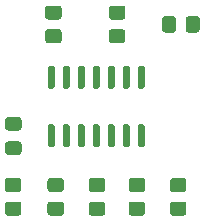
<source format=gtp>
%TF.GenerationSoftware,KiCad,Pcbnew,5.1.7-a382d34a8~88~ubuntu18.04.1*%
%TF.CreationDate,2021-01-04T13:18:22+01:00*%
%TF.ProjectId,wearable_biosonification,77656172-6162-46c6-955f-62696f736f6e,rev?*%
%TF.SameCoordinates,Original*%
%TF.FileFunction,Paste,Top*%
%TF.FilePolarity,Positive*%
%FSLAX46Y46*%
G04 Gerber Fmt 4.6, Leading zero omitted, Abs format (unit mm)*
G04 Created by KiCad (PCBNEW 5.1.7-a382d34a8~88~ubuntu18.04.1) date 2021-01-04 13:18:22*
%MOMM*%
%LPD*%
G01*
G04 APERTURE LIST*
G04 APERTURE END LIST*
%TO.C,R8*%
G36*
G01*
X72750001Y-83400000D02*
X71849999Y-83400000D01*
G75*
G02*
X71600000Y-83150001I0J249999D01*
G01*
X71600000Y-82449999D01*
G75*
G02*
X71849999Y-82200000I249999J0D01*
G01*
X72750001Y-82200000D01*
G75*
G02*
X73000000Y-82449999I0J-249999D01*
G01*
X73000000Y-83150001D01*
G75*
G02*
X72750001Y-83400000I-249999J0D01*
G01*
G37*
G36*
G01*
X72750001Y-85400000D02*
X71849999Y-85400000D01*
G75*
G02*
X71600000Y-85150001I0J249999D01*
G01*
X71600000Y-84449999D01*
G75*
G02*
X71849999Y-84200000I249999J0D01*
G01*
X72750001Y-84200000D01*
G75*
G02*
X73000000Y-84449999I0J-249999D01*
G01*
X73000000Y-85150001D01*
G75*
G02*
X72750001Y-85400000I-249999J0D01*
G01*
G37*
%TD*%
%TO.C,D1*%
G36*
G01*
X72775001Y-78200000D02*
X71874999Y-78200000D01*
G75*
G02*
X71625000Y-77950001I0J249999D01*
G01*
X71625000Y-77299999D01*
G75*
G02*
X71874999Y-77050000I249999J0D01*
G01*
X72775001Y-77050000D01*
G75*
G02*
X73025000Y-77299999I0J-249999D01*
G01*
X73025000Y-77950001D01*
G75*
G02*
X72775001Y-78200000I-249999J0D01*
G01*
G37*
G36*
G01*
X72775001Y-80250000D02*
X71874999Y-80250000D01*
G75*
G02*
X71625000Y-80000001I0J249999D01*
G01*
X71625000Y-79349999D01*
G75*
G02*
X71874999Y-79100000I249999J0D01*
G01*
X72775001Y-79100000D01*
G75*
G02*
X73025000Y-79349999I0J-249999D01*
G01*
X73025000Y-80000001D01*
G75*
G02*
X72775001Y-80250000I-249999J0D01*
G01*
G37*
%TD*%
%TO.C,U1*%
G36*
G01*
X83010000Y-77650000D02*
X83310000Y-77650000D01*
G75*
G02*
X83460000Y-77800000I0J-150000D01*
G01*
X83460000Y-79450000D01*
G75*
G02*
X83310000Y-79600000I-150000J0D01*
G01*
X83010000Y-79600000D01*
G75*
G02*
X82860000Y-79450000I0J150000D01*
G01*
X82860000Y-77800000D01*
G75*
G02*
X83010000Y-77650000I150000J0D01*
G01*
G37*
G36*
G01*
X81740000Y-77650000D02*
X82040000Y-77650000D01*
G75*
G02*
X82190000Y-77800000I0J-150000D01*
G01*
X82190000Y-79450000D01*
G75*
G02*
X82040000Y-79600000I-150000J0D01*
G01*
X81740000Y-79600000D01*
G75*
G02*
X81590000Y-79450000I0J150000D01*
G01*
X81590000Y-77800000D01*
G75*
G02*
X81740000Y-77650000I150000J0D01*
G01*
G37*
G36*
G01*
X80470000Y-77650000D02*
X80770000Y-77650000D01*
G75*
G02*
X80920000Y-77800000I0J-150000D01*
G01*
X80920000Y-79450000D01*
G75*
G02*
X80770000Y-79600000I-150000J0D01*
G01*
X80470000Y-79600000D01*
G75*
G02*
X80320000Y-79450000I0J150000D01*
G01*
X80320000Y-77800000D01*
G75*
G02*
X80470000Y-77650000I150000J0D01*
G01*
G37*
G36*
G01*
X79200000Y-77650000D02*
X79500000Y-77650000D01*
G75*
G02*
X79650000Y-77800000I0J-150000D01*
G01*
X79650000Y-79450000D01*
G75*
G02*
X79500000Y-79600000I-150000J0D01*
G01*
X79200000Y-79600000D01*
G75*
G02*
X79050000Y-79450000I0J150000D01*
G01*
X79050000Y-77800000D01*
G75*
G02*
X79200000Y-77650000I150000J0D01*
G01*
G37*
G36*
G01*
X77930000Y-77650000D02*
X78230000Y-77650000D01*
G75*
G02*
X78380000Y-77800000I0J-150000D01*
G01*
X78380000Y-79450000D01*
G75*
G02*
X78230000Y-79600000I-150000J0D01*
G01*
X77930000Y-79600000D01*
G75*
G02*
X77780000Y-79450000I0J150000D01*
G01*
X77780000Y-77800000D01*
G75*
G02*
X77930000Y-77650000I150000J0D01*
G01*
G37*
G36*
G01*
X76660000Y-77650000D02*
X76960000Y-77650000D01*
G75*
G02*
X77110000Y-77800000I0J-150000D01*
G01*
X77110000Y-79450000D01*
G75*
G02*
X76960000Y-79600000I-150000J0D01*
G01*
X76660000Y-79600000D01*
G75*
G02*
X76510000Y-79450000I0J150000D01*
G01*
X76510000Y-77800000D01*
G75*
G02*
X76660000Y-77650000I150000J0D01*
G01*
G37*
G36*
G01*
X75390000Y-77650000D02*
X75690000Y-77650000D01*
G75*
G02*
X75840000Y-77800000I0J-150000D01*
G01*
X75840000Y-79450000D01*
G75*
G02*
X75690000Y-79600000I-150000J0D01*
G01*
X75390000Y-79600000D01*
G75*
G02*
X75240000Y-79450000I0J150000D01*
G01*
X75240000Y-77800000D01*
G75*
G02*
X75390000Y-77650000I150000J0D01*
G01*
G37*
G36*
G01*
X75390000Y-72700000D02*
X75690000Y-72700000D01*
G75*
G02*
X75840000Y-72850000I0J-150000D01*
G01*
X75840000Y-74500000D01*
G75*
G02*
X75690000Y-74650000I-150000J0D01*
G01*
X75390000Y-74650000D01*
G75*
G02*
X75240000Y-74500000I0J150000D01*
G01*
X75240000Y-72850000D01*
G75*
G02*
X75390000Y-72700000I150000J0D01*
G01*
G37*
G36*
G01*
X76660000Y-72700000D02*
X76960000Y-72700000D01*
G75*
G02*
X77110000Y-72850000I0J-150000D01*
G01*
X77110000Y-74500000D01*
G75*
G02*
X76960000Y-74650000I-150000J0D01*
G01*
X76660000Y-74650000D01*
G75*
G02*
X76510000Y-74500000I0J150000D01*
G01*
X76510000Y-72850000D01*
G75*
G02*
X76660000Y-72700000I150000J0D01*
G01*
G37*
G36*
G01*
X77930000Y-72700000D02*
X78230000Y-72700000D01*
G75*
G02*
X78380000Y-72850000I0J-150000D01*
G01*
X78380000Y-74500000D01*
G75*
G02*
X78230000Y-74650000I-150000J0D01*
G01*
X77930000Y-74650000D01*
G75*
G02*
X77780000Y-74500000I0J150000D01*
G01*
X77780000Y-72850000D01*
G75*
G02*
X77930000Y-72700000I150000J0D01*
G01*
G37*
G36*
G01*
X79200000Y-72700000D02*
X79500000Y-72700000D01*
G75*
G02*
X79650000Y-72850000I0J-150000D01*
G01*
X79650000Y-74500000D01*
G75*
G02*
X79500000Y-74650000I-150000J0D01*
G01*
X79200000Y-74650000D01*
G75*
G02*
X79050000Y-74500000I0J150000D01*
G01*
X79050000Y-72850000D01*
G75*
G02*
X79200000Y-72700000I150000J0D01*
G01*
G37*
G36*
G01*
X80470000Y-72700000D02*
X80770000Y-72700000D01*
G75*
G02*
X80920000Y-72850000I0J-150000D01*
G01*
X80920000Y-74500000D01*
G75*
G02*
X80770000Y-74650000I-150000J0D01*
G01*
X80470000Y-74650000D01*
G75*
G02*
X80320000Y-74500000I0J150000D01*
G01*
X80320000Y-72850000D01*
G75*
G02*
X80470000Y-72700000I150000J0D01*
G01*
G37*
G36*
G01*
X81740000Y-72700000D02*
X82040000Y-72700000D01*
G75*
G02*
X82190000Y-72850000I0J-150000D01*
G01*
X82190000Y-74500000D01*
G75*
G02*
X82040000Y-74650000I-150000J0D01*
G01*
X81740000Y-74650000D01*
G75*
G02*
X81590000Y-74500000I0J150000D01*
G01*
X81590000Y-72850000D01*
G75*
G02*
X81740000Y-72700000I150000J0D01*
G01*
G37*
G36*
G01*
X83010000Y-72700000D02*
X83310000Y-72700000D01*
G75*
G02*
X83460000Y-72850000I0J-150000D01*
G01*
X83460000Y-74500000D01*
G75*
G02*
X83310000Y-74650000I-150000J0D01*
G01*
X83010000Y-74650000D01*
G75*
G02*
X82860000Y-74500000I0J150000D01*
G01*
X82860000Y-72850000D01*
G75*
G02*
X83010000Y-72700000I150000J0D01*
G01*
G37*
%TD*%
%TO.C,R7*%
G36*
G01*
X75449999Y-84200000D02*
X76350001Y-84200000D01*
G75*
G02*
X76600000Y-84449999I0J-249999D01*
G01*
X76600000Y-85150001D01*
G75*
G02*
X76350001Y-85400000I-249999J0D01*
G01*
X75449999Y-85400000D01*
G75*
G02*
X75200000Y-85150001I0J249999D01*
G01*
X75200000Y-84449999D01*
G75*
G02*
X75449999Y-84200000I249999J0D01*
G01*
G37*
G36*
G01*
X75449999Y-82200000D02*
X76350001Y-82200000D01*
G75*
G02*
X76600000Y-82449999I0J-249999D01*
G01*
X76600000Y-83150001D01*
G75*
G02*
X76350001Y-83400000I-249999J0D01*
G01*
X75449999Y-83400000D01*
G75*
G02*
X75200000Y-83150001I0J249999D01*
G01*
X75200000Y-82449999D01*
G75*
G02*
X75449999Y-82200000I249999J0D01*
G01*
G37*
%TD*%
%TO.C,R6*%
G36*
G01*
X78949999Y-84200000D02*
X79850001Y-84200000D01*
G75*
G02*
X80100000Y-84449999I0J-249999D01*
G01*
X80100000Y-85150001D01*
G75*
G02*
X79850001Y-85400000I-249999J0D01*
G01*
X78949999Y-85400000D01*
G75*
G02*
X78700000Y-85150001I0J249999D01*
G01*
X78700000Y-84449999D01*
G75*
G02*
X78949999Y-84200000I249999J0D01*
G01*
G37*
G36*
G01*
X78949999Y-82200000D02*
X79850001Y-82200000D01*
G75*
G02*
X80100000Y-82449999I0J-249999D01*
G01*
X80100000Y-83150001D01*
G75*
G02*
X79850001Y-83400000I-249999J0D01*
G01*
X78949999Y-83400000D01*
G75*
G02*
X78700000Y-83150001I0J249999D01*
G01*
X78700000Y-82449999D01*
G75*
G02*
X78949999Y-82200000I249999J0D01*
G01*
G37*
%TD*%
%TO.C,R5*%
G36*
G01*
X82324999Y-84200000D02*
X83225001Y-84200000D01*
G75*
G02*
X83475000Y-84449999I0J-249999D01*
G01*
X83475000Y-85150001D01*
G75*
G02*
X83225001Y-85400000I-249999J0D01*
G01*
X82324999Y-85400000D01*
G75*
G02*
X82075000Y-85150001I0J249999D01*
G01*
X82075000Y-84449999D01*
G75*
G02*
X82324999Y-84200000I249999J0D01*
G01*
G37*
G36*
G01*
X82324999Y-82200000D02*
X83225001Y-82200000D01*
G75*
G02*
X83475000Y-82449999I0J-249999D01*
G01*
X83475000Y-83150001D01*
G75*
G02*
X83225001Y-83400000I-249999J0D01*
G01*
X82324999Y-83400000D01*
G75*
G02*
X82075000Y-83150001I0J249999D01*
G01*
X82075000Y-82449999D01*
G75*
G02*
X82324999Y-82200000I249999J0D01*
G01*
G37*
%TD*%
%TO.C,R4*%
G36*
G01*
X85824999Y-84200000D02*
X86725001Y-84200000D01*
G75*
G02*
X86975000Y-84449999I0J-249999D01*
G01*
X86975000Y-85150001D01*
G75*
G02*
X86725001Y-85400000I-249999J0D01*
G01*
X85824999Y-85400000D01*
G75*
G02*
X85575000Y-85150001I0J249999D01*
G01*
X85575000Y-84449999D01*
G75*
G02*
X85824999Y-84200000I249999J0D01*
G01*
G37*
G36*
G01*
X85824999Y-82200000D02*
X86725001Y-82200000D01*
G75*
G02*
X86975000Y-82449999I0J-249999D01*
G01*
X86975000Y-83150001D01*
G75*
G02*
X86725001Y-83400000I-249999J0D01*
G01*
X85824999Y-83400000D01*
G75*
G02*
X85575000Y-83150001I0J249999D01*
G01*
X85575000Y-82449999D01*
G75*
G02*
X85824999Y-82200000I249999J0D01*
G01*
G37*
%TD*%
%TO.C,R3*%
G36*
G01*
X88100000Y-68749999D02*
X88100000Y-69650001D01*
G75*
G02*
X87850001Y-69900000I-249999J0D01*
G01*
X87149999Y-69900000D01*
G75*
G02*
X86900000Y-69650001I0J249999D01*
G01*
X86900000Y-68749999D01*
G75*
G02*
X87149999Y-68500000I249999J0D01*
G01*
X87850001Y-68500000D01*
G75*
G02*
X88100000Y-68749999I0J-249999D01*
G01*
G37*
G36*
G01*
X86100000Y-68749999D02*
X86100000Y-69650001D01*
G75*
G02*
X85850001Y-69900000I-249999J0D01*
G01*
X85149999Y-69900000D01*
G75*
G02*
X84900000Y-69650001I0J249999D01*
G01*
X84900000Y-68749999D01*
G75*
G02*
X85149999Y-68500000I249999J0D01*
G01*
X85850001Y-68500000D01*
G75*
G02*
X86100000Y-68749999I0J-249999D01*
G01*
G37*
%TD*%
%TO.C,R2*%
G36*
G01*
X75249999Y-69600000D02*
X76150001Y-69600000D01*
G75*
G02*
X76400000Y-69849999I0J-249999D01*
G01*
X76400000Y-70550001D01*
G75*
G02*
X76150001Y-70800000I-249999J0D01*
G01*
X75249999Y-70800000D01*
G75*
G02*
X75000000Y-70550001I0J249999D01*
G01*
X75000000Y-69849999D01*
G75*
G02*
X75249999Y-69600000I249999J0D01*
G01*
G37*
G36*
G01*
X75249999Y-67600000D02*
X76150001Y-67600000D01*
G75*
G02*
X76400000Y-67849999I0J-249999D01*
G01*
X76400000Y-68550001D01*
G75*
G02*
X76150001Y-68800000I-249999J0D01*
G01*
X75249999Y-68800000D01*
G75*
G02*
X75000000Y-68550001I0J249999D01*
G01*
X75000000Y-67849999D01*
G75*
G02*
X75249999Y-67600000I249999J0D01*
G01*
G37*
%TD*%
%TO.C,R1*%
G36*
G01*
X80649999Y-69600000D02*
X81550001Y-69600000D01*
G75*
G02*
X81800000Y-69849999I0J-249999D01*
G01*
X81800000Y-70550001D01*
G75*
G02*
X81550001Y-70800000I-249999J0D01*
G01*
X80649999Y-70800000D01*
G75*
G02*
X80400000Y-70550001I0J249999D01*
G01*
X80400000Y-69849999D01*
G75*
G02*
X80649999Y-69600000I249999J0D01*
G01*
G37*
G36*
G01*
X80649999Y-67600000D02*
X81550001Y-67600000D01*
G75*
G02*
X81800000Y-67849999I0J-249999D01*
G01*
X81800000Y-68550001D01*
G75*
G02*
X81550001Y-68800000I-249999J0D01*
G01*
X80649999Y-68800000D01*
G75*
G02*
X80400000Y-68550001I0J249999D01*
G01*
X80400000Y-67849999D01*
G75*
G02*
X80649999Y-67600000I249999J0D01*
G01*
G37*
%TD*%
M02*

</source>
